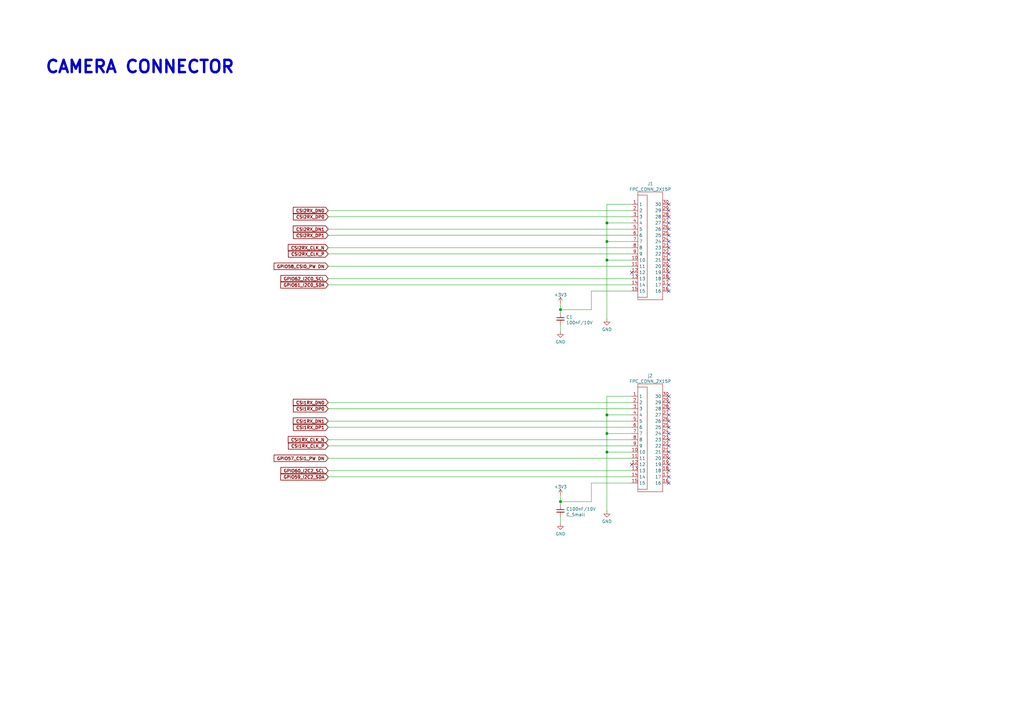
<source format=kicad_sch>
(kicad_sch (version 20210126) (generator eeschema)
  (paper "A3")
  (title_block (title "Beagle V") (date "2021-06-03") (rev "v0.7"))
  (lib_symbols
    (symbol "BeagleV:FPC_CONN_2X15P"
      (property "Reference" "U" (at -4.191 23.241 0))
      (property "Value" "FPC_CONN_2X15P" (at 2.54 -25.273 0))
      (symbol "FPC_CONN_2X15P_0_1"
        (rectangle (start -5.08 21.59) (end 5.08 -22.606) (stroke (width 0.1524)))
        (polyline (pts (xy -5.08 20.32) (xy -1.27 20.32) (xy -1.27 -21.59) (xy -5.08 -21.59)) (stroke (width 0.1524)))
      )
      (symbol "FPC_CONN_2X15P_1_1"
        (pin input line (at -7.62 16.51 0) (length 2.54) (name "1") (number "1"))
        (pin input line (at -7.62 -6.35 0) (length 2.54) (name "10") (number "10"))
        (pin input line (at -7.62 -8.89 0) (length 2.54) (name "11") (number "11"))
        (pin input line (at -7.62 -11.43 0) (length 2.54) (name "12") (number "12"))
        (pin input line (at -7.62 -13.97 0) (length 2.54) (name "13") (number "13"))
        (pin input line (at -7.62 -16.51 0) (length 2.54) (name "14") (number "14"))
        (pin input line (at -7.62 -19.05 0) (length 2.54) (name "15") (number "15"))
        (pin input line (at 7.62 -19.05 180) (length 2.54) (name "16") (number "16"))
        (pin input line (at 7.62 -16.51 180) (length 2.54) (name "17") (number "17"))
        (pin input line (at 7.62 -13.97 180) (length 2.54) (name "18") (number "18"))
        (pin input line (at 7.62 -11.43 180) (length 2.54) (name "19") (number "19"))
        (pin input line (at -7.62 13.97 0) (length 2.54) (name "2") (number "2"))
        (pin input line (at 7.62 -8.89 180) (length 2.54) (name "20") (number "20"))
        (pin input line (at 7.62 -6.35 180) (length 2.54) (name "21") (number "21"))
        (pin input line (at 7.62 -3.81 180) (length 2.54) (name "22") (number "22"))
        (pin input line (at 7.62 -1.27 180) (length 2.54) (name "23") (number "23"))
        (pin input line (at 7.62 1.27 180) (length 2.54) (name "24") (number "24"))
        (pin input line (at 7.62 3.81 180) (length 2.54) (name "25") (number "25"))
        (pin input line (at 7.62 6.35 180) (length 2.54) (name "26") (number "26"))
        (pin input line (at 7.62 8.89 180) (length 2.54) (name "27") (number "27"))
        (pin input line (at 7.62 11.43 180) (length 2.54) (name "28") (number "28"))
        (pin input line (at 7.62 13.97 180) (length 2.54) (name "29") (number "29"))
        (pin input line (at -7.62 11.43 0) (length 2.54) (name "3") (number "3"))
        (pin input line (at 7.62 16.51 180) (length 2.54) (name "30") (number "30"))
        (pin input line (at -7.62 8.89 0) (length 2.54) (name "4") (number "4"))
        (pin input line (at -7.62 6.35 0) (length 2.54) (name "5") (number "5"))
        (pin input line (at -7.62 3.81 0) (length 2.54) (name "6") (number "6"))
        (pin input line (at -7.62 1.27 0) (length 2.54) (name "7") (number "7"))
        (pin input line (at -7.62 -1.27 0) (length 2.54) (name "8") (number "8"))
        (pin input line (at -7.62 -3.81 0) (length 2.54) (name "9") (number "9"))
      )
    )
    (symbol "Device:C_Small" (pin_numbers hide) (pin_names (offset 0.254) hide)
      (property "Reference" "C" (at 0.254 1.778 0))
      (property "Value" "C_Small" (at 0.254 -2.032 0))
      (symbol "C_Small_0_1"
        (polyline (pts (xy -1.524 -0.508) (xy 1.524 -0.508)) (stroke (width 0.3302)))
        (polyline (pts (xy -1.524 0.508) (xy 1.524 0.508)) (stroke (width 0.3048)))
      )
      (symbol "C_Small_1_1"
        (pin passive line (at 0 2.54 270) (length 2.032) (name "~") (number "1"))
        (pin passive line (at 0 -2.54 90) (length 2.032) (name "~") (number "2"))
      )
    )
    (symbol "power:+3V3" (power) (pin_names (offset 0))
      (property "Value" "+3V3" (at 0 3.556 0))
      (symbol "+3V3_0_1"
        (polyline (pts (xy -0.762 1.27) (xy 0 2.54)))
        (polyline (pts (xy 0 0) (xy 0 2.54)))
        (polyline (pts (xy 0 2.54) (xy 0.762 1.27)))
      )
      (symbol "+3V3_1_1"
        (pin power_in line (at 0 0 90) (length 0) hide (name "+3V3") (number "1"))
      )
    )
    (symbol "power:GND" (power) (pin_names (offset 0))
      (property "Value" "GND" (at 0 -3.81 0))
      (symbol "GND_0_1"
        (polyline (pts (xy 0 0) (xy 0 -1.27) (xy 1.27 -1.27) (xy 0 -2.54) (xy -1.27 -1.27) (xy 0 -1.27)))
      )
      (symbol "GND_1_1"
        (pin power_in line (at 0 0 270) (length 0) hide (name "GND") (number "1"))
      )
    )
  )
  (junction (at 229.87 127) (diameter 1.016))
  (junction (at 229.87 205.74) (diameter 1.016))
  (junction (at 248.92 91.44) (diameter 1.016))
  (junction (at 248.92 99.06) (diameter 1.016))
  (junction (at 248.92 106.68) (diameter 1.016))
  (junction (at 248.92 170.18) (diameter 1.016))
  (junction (at 248.92 177.8) (diameter 1.016))
  (junction (at 248.92 185.42) (diameter 1.016))
  (no_connect (at 259.08 111.76))
  (no_connect (at 259.08 190.5))
  (no_connect (at 274.32 83.82))
  (no_connect (at 274.32 86.36))
  (no_connect (at 274.32 88.9))
  (no_connect (at 274.32 91.44))
  (no_connect (at 274.32 93.98))
  (no_connect (at 274.32 96.52))
  (no_connect (at 274.32 99.06))
  (no_connect (at 274.32 101.6))
  (no_connect (at 274.32 104.14))
  (no_connect (at 274.32 106.68))
  (no_connect (at 274.32 109.22))
  (no_connect (at 274.32 111.76))
  (no_connect (at 274.32 114.3))
  (no_connect (at 274.32 116.84))
  (no_connect (at 274.32 119.38))
  (no_connect (at 274.32 162.56))
  (no_connect (at 274.32 165.1))
  (no_connect (at 274.32 167.64))
  (no_connect (at 274.32 170.18))
  (no_connect (at 274.32 172.72))
  (no_connect (at 274.32 175.26))
  (no_connect (at 274.32 177.8))
  (no_connect (at 274.32 180.34))
  (no_connect (at 274.32 182.88))
  (no_connect (at 274.32 185.42))
  (no_connect (at 274.32 187.96))
  (no_connect (at 274.32 190.5))
  (no_connect (at 274.32 193.04))
  (no_connect (at 274.32 195.58))
  (no_connect (at 274.32 198.12))
  (wire (pts (xy 134.62 86.36) (xy 259.08 86.36)))
  (wire (pts (xy 134.62 88.9) (xy 259.08 88.9)))
  (wire (pts (xy 134.62 93.98) (xy 259.08 93.98)))
  (wire (pts (xy 134.62 96.52) (xy 259.08 96.52)))
  (wire (pts (xy 134.62 101.6) (xy 259.08 101.6)))
  (wire (pts (xy 134.62 104.14) (xy 259.08 104.14)))
  (wire (pts (xy 134.62 109.22) (xy 259.08 109.22)))
  (wire (pts (xy 134.62 114.3) (xy 259.08 114.3)))
  (wire (pts (xy 134.62 116.84) (xy 259.08 116.84)))
  (wire (pts (xy 134.62 165.1) (xy 259.08 165.1)))
  (wire (pts (xy 134.62 167.64) (xy 259.08 167.64)))
  (wire (pts (xy 134.62 172.72) (xy 259.08 172.72)))
  (wire (pts (xy 134.62 175.26) (xy 259.08 175.26)))
  (wire (pts (xy 134.62 180.34) (xy 259.08 180.34)))
  (wire (pts (xy 134.62 182.88) (xy 259.08 182.88)))
  (wire (pts (xy 134.62 187.96) (xy 259.08 187.96)))
  (wire (pts (xy 134.62 193.04) (xy 259.08 193.04)))
  (wire (pts (xy 134.62 195.58) (xy 259.08 195.58)))
  (wire (pts (xy 229.87 124.46) (xy 229.87 127)))
  (wire (pts (xy 229.87 127) (xy 229.87 128.27)))
  (wire (pts (xy 229.87 133.35) (xy 229.87 135.89)))
  (wire (pts (xy 229.87 203.2) (xy 229.87 205.74)))
  (wire (pts (xy 229.87 205.74) (xy 229.87 207.01)))
  (wire (pts (xy 229.87 212.09) (xy 229.87 214.63)))
  (wire (pts (xy 242.57 119.38) (xy 242.57 127)))
  (wire (pts (xy 242.57 127) (xy 229.87 127)))
  (wire (pts (xy 242.57 198.12) (xy 242.57 205.74)))
  (wire (pts (xy 242.57 205.74) (xy 229.87 205.74)))
  (wire (pts (xy 248.92 83.82) (xy 248.92 91.44)))
  (wire (pts (xy 248.92 91.44) (xy 248.92 99.06)))
  (wire (pts (xy 248.92 91.44) (xy 259.08 91.44)))
  (wire (pts (xy 248.92 99.06) (xy 248.92 106.68)))
  (wire (pts (xy 248.92 106.68) (xy 248.92 130.81)))
  (wire (pts (xy 248.92 162.56) (xy 248.92 170.18)))
  (wire (pts (xy 248.92 170.18) (xy 248.92 177.8)))
  (wire (pts (xy 248.92 170.18) (xy 259.08 170.18)))
  (wire (pts (xy 248.92 177.8) (xy 248.92 185.42)))
  (wire (pts (xy 248.92 185.42) (xy 248.92 209.55)))
  (wire (pts (xy 259.08 83.82) (xy 248.92 83.82)))
  (wire (pts (xy 259.08 99.06) (xy 248.92 99.06)))
  (wire (pts (xy 259.08 106.68) (xy 248.92 106.68)))
  (wire (pts (xy 259.08 119.38) (xy 242.57 119.38)))
  (wire (pts (xy 259.08 162.56) (xy 248.92 162.56)))
  (wire (pts (xy 259.08 177.8) (xy 248.92 177.8)))
  (wire (pts (xy 259.08 185.42) (xy 248.92 185.42)))
  (wire (pts (xy 259.08 198.12) (xy 242.57 198.12)))
  (text "CAMERA CONNECTOR\n" (at 96.52 30.48 180) (effects (font (size 5 5) (thickness 1) bold) (justify right bottom)))
  (global_label "CSI2RX_DN0" (shape input) (at 134.62 86.36 180) (effects (font (thickness 0.254) bold)) (property "Intersheet References" "${INTERSHEET_REFS}" (effects hide)))
  (global_label "CSI2RX_DP0" (shape input) (at 134.62 88.9 180) (effects (font (thickness 0.254) bold)) (property "Intersheet References" "${INTERSHEET_REFS}" (effects hide)))
  (global_label "CSI2RX_DN1" (shape input) (at 134.62 93.98 180) (effects (font (thickness 0.254) bold)) (property "Intersheet References" "${INTERSHEET_REFS}" (effects hide)))
  (global_label "CSI2RX_DP1" (shape input) (at 134.62 96.52 180) (effects (font (thickness 0.254) bold)) (property "Intersheet References" "${INTERSHEET_REFS}" (effects hide)))
  (global_label "CSI2RX_CLK_N" (shape input) (at 134.62 101.6 180) (effects (font (thickness 0.254) bold)) (property "Intersheet References" "${INTERSHEET_REFS}" (effects hide)))
  (global_label "CSI2RX_CLK_P" (shape input) (at 134.62 104.14 180) (effects (font (thickness 0.254) bold)) (property "Intersheet References" "${INTERSHEET_REFS}" (effects hide)))
  (global_label "GPIO58_CSI0_PW DN" (shape input) (at 134.62 109.22 180) (effects (font (thickness 0.254) bold)) (property "Intersheet References" "${INTERSHEET_REFS}" (effects hide)))
  (global_label "GPIO62_I2C0_SCL" (shape input) (at 134.62 114.3 180) (effects (font (thickness 0.254) bold)) (property "Intersheet References" "${INTERSHEET_REFS}" (effects hide)))
  (global_label "GPIO61_I2C0_SDA" (shape input) (at 134.62 116.84 180) (effects (font (thickness 0.254) bold)) (property "Intersheet References" "${INTERSHEET_REFS}" (effects hide)))
  (global_label "CSI1RX_DN0" (shape input) (at 134.62 165.1 180) (effects (font (thickness 0.254) bold)) (property "Intersheet References" "${INTERSHEET_REFS}" (effects hide)))
  (global_label "CSI1RX_DP0" (shape input) (at 134.62 167.64 180) (effects (font (thickness 0.254) bold)) (property "Intersheet References" "${INTERSHEET_REFS}" (effects hide)))
  (global_label "CSI1RX_DN1" (shape input) (at 134.62 172.72 180) (effects (font (thickness 0.254) bold)) (property "Intersheet References" "${INTERSHEET_REFS}" (effects hide)))
  (global_label "CSI1RX_DP1" (shape input) (at 134.62 175.26 180) (effects (font (thickness 0.254) bold)) (property "Intersheet References" "${INTERSHEET_REFS}" (effects hide)))
  (global_label "CSI1RX_CLK_N" (shape input) (at 134.62 180.34 180) (effects (font (thickness 0.254) bold)) (property "Intersheet References" "${INTERSHEET_REFS}" (effects hide)))
  (global_label "CSI1RX_CLK_P" (shape input) (at 134.62 182.88 180) (effects (font (thickness 0.254) bold)) (property "Intersheet References" "${INTERSHEET_REFS}" (effects hide)))
  (global_label "GPIO57_CSI1_PW DN" (shape input) (at 134.62 187.96 180) (effects (font (thickness 0.254) bold)) (property "Intersheet References" "${INTERSHEET_REFS}" (effects hide)))
  (global_label "GPIO60_I2C2_SCL" (shape input) (at 134.62 193.04 180) (effects (font (thickness 0.254) bold)) (property "Intersheet References" "${INTERSHEET_REFS}" (effects hide)))
  (global_label "GPIO59_I2C2_SDA" (shape input) (at 134.62 195.58 180) (effects (font (thickness 0.254) bold)) (property "Intersheet References" "${INTERSHEET_REFS}" (effects hide)))
  (symbol (lib_id "power:+3V3") (at 229.87 124.46 0) (unit 1)
    (property "Reference" "#PWR0451" (effects hide))
    (property "Value" "+3V3" (at 229.87 120.9126 0))
  )
  (symbol (lib_id "power:+3V3") (at 229.87 203.2 0) (unit 1)
    (property "Reference" "#PWR0447" (effects hide))
    (property "Value" "+3V3" (at 229.87 199.6526 0))
  )
  (symbol (lib_id "power:GND") (at 229.87 135.89 0) (unit 1)
    (property "Reference" "#PWR0449" (effects hide))
    (property "Value" "GND" (at 229.87 140.2144 0))
  )
  (symbol (lib_id "power:GND") (at 229.87 214.63 0) (unit 1)
    (property "Reference" "#PWR0446" (effects hide))
    (property "Value" "GND" (at 229.87 218.9544 0))
  )
  (symbol (lib_id "power:GND") (at 248.92 130.81 0) (unit 1)
    (property "Reference" "#PWR0450" (effects hide))
    (property "Value" "GND" (at 248.92 135.1344 0))
  )
  (symbol (lib_id "power:GND") (at 248.92 209.55 0) (unit 1)
    (property "Reference" "#PWR0448" (effects hide))
    (property "Value" "GND" (at 248.92 213.8744 0))
  )
  (symbol (lib_id "Device:C_Small") (at 229.87 130.81 0) (unit 1)
    (property "Reference" "C1" (at 232.1942 130.0491 0) (effects (justify left)))
    (property "Value" "100nF/10V" (at 232.1942 132.3478 0) (effects (justify left)))
  )
  (symbol (lib_id "Device:C_Small") (at 229.87 209.55 0) (unit 1)
    (property "Reference" "C100nF/10V" (at 232.1942 208.7891 0) (effects (justify left)))
    (property "Value" "C_Small" (at 232.1942 211.0878 0) (effects (justify left)))
  )
  (symbol (lib_id "BeagleV:FPC_CONN_2X15P") (at 266.7 100.33 0) (unit 1)
    (property "Reference" "J1" (at 266.7 75.3576 0))
    (property "Value" "FPC_CONN_2X15P" (at 266.7 77.6563 0))
  )
  (symbol (lib_id "BeagleV:FPC_CONN_2X15P") (at 266.7 179.07 0) (unit 1)
    (property "Reference" "j2" (at 266.7 154.0976 0))
    (property "Value" "FPC_CONN_2X15P" (at 266.7 156.3963 0))
  )
)
</source>
